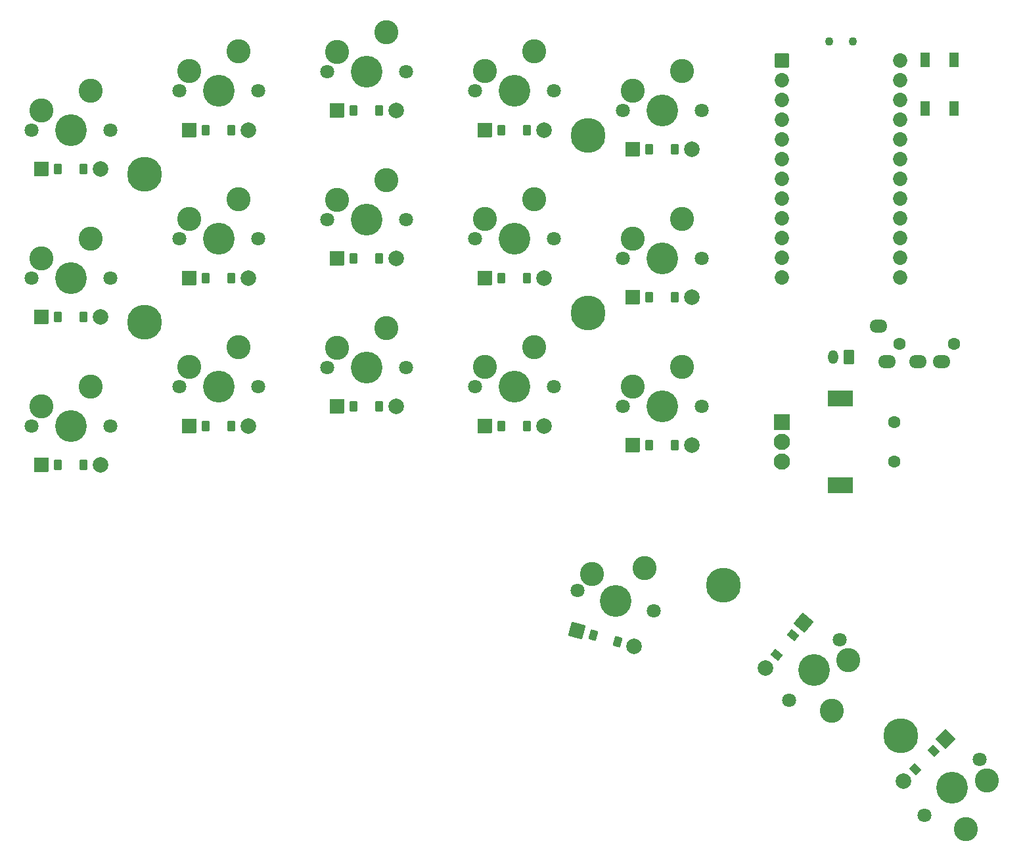
<source format=gbr>
%TF.GenerationSoftware,KiCad,Pcbnew,7.0.10*%
%TF.CreationDate,2024-01-22T21:42:36+02:00*%
%TF.ProjectId,juubo_left_final,6a757562-6f5f-46c6-9566-745f66696e61,v1.0.0*%
%TF.SameCoordinates,Original*%
%TF.FileFunction,Soldermask,Top*%
%TF.FilePolarity,Negative*%
%FSLAX46Y46*%
G04 Gerber Fmt 4.6, Leading zero omitted, Abs format (unit mm)*
G04 Created by KiCad (PCBNEW 7.0.10) date 2024-01-22 21:42:36*
%MOMM*%
%LPD*%
G01*
G04 APERTURE LIST*
G04 Aperture macros list*
%AMRoundRect*
0 Rectangle with rounded corners*
0 $1 Rounding radius*
0 $2 $3 $4 $5 $6 $7 $8 $9 X,Y pos of 4 corners*
0 Add a 4 corners polygon primitive as box body*
4,1,4,$2,$3,$4,$5,$6,$7,$8,$9,$2,$3,0*
0 Add four circle primitives for the rounded corners*
1,1,$1+$1,$2,$3*
1,1,$1+$1,$4,$5*
1,1,$1+$1,$6,$7*
1,1,$1+$1,$8,$9*
0 Add four rect primitives between the rounded corners*
20,1,$1+$1,$2,$3,$4,$5,0*
20,1,$1+$1,$4,$5,$6,$7,0*
20,1,$1+$1,$6,$7,$8,$9,0*
20,1,$1+$1,$8,$9,$2,$3,0*%
G04 Aperture macros list end*
%ADD10C,1.100000*%
%ADD11RoundRect,0.050000X0.550000X-0.900000X0.550000X0.900000X-0.550000X0.900000X-0.550000X-0.900000X0*%
%ADD12RoundRect,0.050000X0.600000X0.850000X-0.600000X0.850000X-0.600000X-0.850000X0.600000X-0.850000X0*%
%ADD13O,1.300000X1.800000*%
%ADD14RoundRect,0.050000X-0.889000X-0.889000X0.889000X-0.889000X0.889000X0.889000X-0.889000X0.889000X0*%
%ADD15RoundRect,0.050000X-0.450000X-0.600000X0.450000X-0.600000X0.450000X0.600000X-0.450000X0.600000X0*%
%ADD16C,2.005000*%
%ADD17C,1.801800*%
%ADD18C,3.100000*%
%ADD19C,4.087800*%
%ADD20C,1.600000*%
%ADD21O,2.300000X1.700000*%
%ADD22C,0.800000*%
%ADD23C,4.500000*%
%ADD24RoundRect,0.050000X-1.600000X-1.000000X1.600000X-1.000000X1.600000X1.000000X-1.600000X1.000000X0*%
%ADD25RoundRect,0.050000X-1.000000X-1.000000X1.000000X-1.000000X1.000000X1.000000X-1.000000X1.000000X0*%
%ADD26C,2.100000*%
%ADD27RoundRect,0.050000X-0.876300X0.876300X-0.876300X-0.876300X0.876300X-0.876300X0.876300X0.876300X0*%
%ADD28C,1.852600*%
%ADD29RoundRect,0.050000X-1.088798X-0.628618X0.628618X-1.088798X1.088798X0.628618X-0.628618X1.088798X0*%
%ADD30RoundRect,0.050000X-0.589958X-0.463087X0.279375X-0.696024X0.589958X0.463087X-0.279375X0.696024X0*%
%ADD31RoundRect,0.050000X0.000000X1.257236X-1.257236X0.000000X0.000000X-1.257236X1.257236X0.000000X0*%
%ADD32RoundRect,0.050000X-0.106066X0.742462X-0.742462X0.106066X0.106066X-0.742462X0.742462X-0.106066X0*%
%ADD33RoundRect,0.050000X-0.109575X1.252452X-1.252452X-0.109575X0.109575X-1.252452X1.252452X0.109575X0*%
%ADD34RoundRect,0.050000X-0.170372X0.730393X-0.748881X0.040953X0.170372X-0.730393X0.748881X-0.040953X0*%
G04 APERTURE END LIST*
D10*
%TO.C,T1*%
X186113786Y-48412500D03*
X189113786Y-48412500D03*
%TD*%
D11*
%TO.C,B1*%
X198441286Y-57045910D03*
X198441286Y-50845910D03*
X202141286Y-57045910D03*
X202141286Y-50845910D03*
%TD*%
D12*
%TO.C,JST1*%
X188613785Y-89063409D03*
D13*
X186613785Y-89063409D03*
%TD*%
D14*
%TO.C,D4*%
X103603787Y-97935909D03*
D15*
X105763787Y-97935909D03*
X109063787Y-97935909D03*
D16*
X111223787Y-97935909D03*
%TD*%
D17*
%TO.C,S9*%
X121383783Y-52335909D03*
D18*
X122653783Y-49795909D03*
D19*
X126463783Y-52335909D03*
D18*
X129003783Y-47255909D03*
D17*
X131543783Y-52335909D03*
%TD*%
D14*
%TO.C,D6*%
X103603784Y-59835912D03*
D15*
X105763784Y-59835912D03*
X109063784Y-59835912D03*
D16*
X111223784Y-59835912D03*
%TD*%
D20*
%TO.C,TRRS1*%
X202148785Y-87373409D03*
X195148785Y-87373409D03*
D21*
X192448785Y-85073409D03*
X193548785Y-89673409D03*
X197548785Y-89673409D03*
X200548785Y-89673409D03*
%TD*%
D14*
%TO.C,D5*%
X103603783Y-78885908D03*
D15*
X105763783Y-78885908D03*
X109063783Y-78885908D03*
D16*
X111223783Y-78885908D03*
%TD*%
D17*
%TO.C,S1*%
X83283786Y-97935909D03*
D18*
X84553786Y-95395909D03*
D19*
X88363786Y-97935909D03*
D18*
X90903786Y-92855909D03*
D17*
X93443786Y-97935909D03*
%TD*%
%TO.C,S6*%
X102333785Y-54835910D03*
D18*
X103603785Y-52295910D03*
D19*
X107413785Y-54835910D03*
D18*
X109953785Y-49755910D03*
D17*
X112493785Y-54835910D03*
%TD*%
D14*
%TO.C,D15*%
X160753785Y-62335911D03*
D15*
X162913785Y-62335911D03*
X166213785Y-62335911D03*
D16*
X168373785Y-62335911D03*
%TD*%
D17*
%TO.C,S7*%
X121383784Y-90435911D03*
D18*
X122653784Y-87895911D03*
D19*
X126463784Y-90435911D03*
D18*
X129003784Y-85355911D03*
D17*
X131543784Y-90435911D03*
%TD*%
%TO.C,S10*%
X140433785Y-92935910D03*
D18*
X141703785Y-90395910D03*
D19*
X145513785Y-92935910D03*
D18*
X148053785Y-87855910D03*
D17*
X150593785Y-92935910D03*
%TD*%
D22*
%TO.C,_2*%
X153388789Y-60550910D03*
X153872063Y-59384184D03*
X153872063Y-61717636D03*
X155038789Y-58900910D03*
D23*
X155038789Y-60550910D03*
D22*
X155038789Y-62200910D03*
X156205515Y-59384184D03*
X156205515Y-61717636D03*
X156688789Y-60550910D03*
%TD*%
D24*
%TO.C,ROT1*%
X187493785Y-94405912D03*
X187493785Y-105605912D03*
D20*
X194493785Y-97505912D03*
X194493785Y-102505912D03*
D25*
X179993785Y-97505912D03*
D26*
X179993785Y-102505912D03*
X179993785Y-100005912D03*
%TD*%
D14*
%TO.C,D8*%
X122653784Y-76385911D03*
D15*
X124813784Y-76385911D03*
X128113784Y-76385911D03*
D16*
X130273784Y-76385911D03*
%TD*%
D14*
%TO.C,D9*%
X122653784Y-57335910D03*
D15*
X124813784Y-57335910D03*
X128113784Y-57335910D03*
D16*
X130273784Y-57335910D03*
%TD*%
D14*
%TO.C,D11*%
X141703784Y-78885910D03*
D15*
X143863784Y-78885910D03*
X147163784Y-78885910D03*
D16*
X149323784Y-78885910D03*
%TD*%
D17*
%TO.C,S16*%
X153656883Y-119171111D03*
D18*
X155541009Y-117046360D03*
D19*
X158563786Y-120485912D03*
D18*
X162332038Y-116236409D03*
D17*
X163470689Y-121800713D03*
%TD*%
D14*
%TO.C,D1*%
X84553784Y-102935911D03*
D15*
X86713784Y-102935911D03*
X90013784Y-102935911D03*
D16*
X92173784Y-102935911D03*
%TD*%
D14*
%TO.C,D10*%
X141703785Y-97935908D03*
D15*
X143863785Y-97935908D03*
X147163785Y-97935908D03*
D16*
X149323785Y-97935908D03*
%TD*%
D14*
%TO.C,D14*%
X160753786Y-81385910D03*
D15*
X162913786Y-81385910D03*
X166213786Y-81385910D03*
D16*
X168373786Y-81385910D03*
%TD*%
D22*
%TO.C,_6*%
X153388784Y-83400000D03*
X153872058Y-82233274D03*
X153872058Y-84566726D03*
X155038784Y-81750000D03*
D23*
X155038784Y-83400000D03*
D22*
X155038784Y-85050000D03*
X156205510Y-82233274D03*
X156205510Y-84566726D03*
X156688784Y-83400000D03*
%TD*%
D14*
%TO.C,D7*%
X122653785Y-95435911D03*
D15*
X124813785Y-95435911D03*
X128113785Y-95435911D03*
D16*
X130273785Y-95435911D03*
%TD*%
D27*
%TO.C,MCU1*%
X179993787Y-50890909D03*
D28*
X179993787Y-53430909D03*
X179993787Y-55970909D03*
X179993787Y-58510909D03*
X179993787Y-61050909D03*
X179993787Y-63590909D03*
X179993787Y-66130909D03*
X179993787Y-68670909D03*
X179993787Y-71210909D03*
X179993787Y-73750909D03*
X179993787Y-76290909D03*
X179993787Y-78830909D03*
X195233787Y-50890909D03*
X195233787Y-53430909D03*
X195233787Y-55970909D03*
X195233787Y-58510909D03*
X195233787Y-61050909D03*
X195233787Y-63590909D03*
X195233787Y-66130909D03*
X195233787Y-68670909D03*
X195233787Y-71210909D03*
X195233787Y-73750909D03*
X195233787Y-76290909D03*
X195233787Y-78830909D03*
%TD*%
D17*
%TO.C,S12*%
X140433787Y-54835911D03*
D18*
X141703787Y-52295911D03*
D19*
X145513787Y-54835911D03*
D18*
X148053787Y-49755911D03*
D17*
X150593787Y-54835911D03*
%TD*%
%TO.C,S3*%
X83283785Y-59835911D03*
D18*
X84553785Y-57295911D03*
D19*
X88363785Y-59835911D03*
D18*
X90903785Y-54755911D03*
D17*
X93443785Y-59835911D03*
%TD*%
%TO.C,S11*%
X140433785Y-73885909D03*
D18*
X141703785Y-71345909D03*
D19*
X145513785Y-73885909D03*
D18*
X148053785Y-68805909D03*
D17*
X150593785Y-73885909D03*
%TD*%
D22*
%TO.C,_3*%
X96238786Y-84600000D03*
X96722060Y-83433274D03*
X96722060Y-85766726D03*
X97888786Y-82950000D03*
D23*
X97888786Y-84600000D03*
D22*
X97888786Y-86250000D03*
X99055512Y-83433274D03*
X99055512Y-85766726D03*
X99538786Y-84600000D03*
%TD*%
D17*
%TO.C,S17*%
X187439800Y-125527313D03*
D18*
X188569213Y-128132870D03*
D19*
X184174439Y-129418819D03*
D18*
X186433264Y-134629933D03*
D17*
X180909078Y-133310325D03*
%TD*%
D22*
%TO.C,_5*%
X196500000Y-136666548D03*
X196983274Y-137833274D03*
X195333274Y-136183274D03*
X196500000Y-139000000D03*
D23*
X195333274Y-137833274D03*
D22*
X194166548Y-136666548D03*
X195333274Y-139483274D03*
X193683274Y-137833274D03*
X194166548Y-139000000D03*
%TD*%
D14*
%TO.C,D3*%
X84553786Y-64835909D03*
D15*
X86713786Y-64835909D03*
X90013786Y-64835909D03*
D16*
X92173786Y-64835909D03*
%TD*%
D29*
%TO.C,D16*%
X153589515Y-124329438D03*
D30*
X155675914Y-124888488D03*
X158863470Y-125742590D03*
D16*
X160949869Y-126301640D03*
%TD*%
D14*
%TO.C,D2*%
X84553785Y-83885911D03*
D15*
X86713785Y-83885911D03*
X90013785Y-83885911D03*
D16*
X92173785Y-83885911D03*
%TD*%
D17*
%TO.C,S18*%
X205511091Y-140934111D03*
D18*
X206409117Y-143628187D03*
D19*
X201918989Y-144526213D03*
D18*
X203715040Y-149914367D03*
D17*
X198326887Y-148118315D03*
%TD*%
D22*
%TO.C,_4*%
X170906222Y-118072949D03*
X171675000Y-117071058D03*
X171071058Y-119325000D03*
X172927051Y-116906222D03*
D23*
X172500000Y-118500000D03*
D22*
X172072949Y-120093778D03*
X173928942Y-117675000D03*
X173325000Y-119928942D03*
X174093778Y-118927051D03*
%TD*%
D14*
%TO.C,D13*%
X160753786Y-100435910D03*
D15*
X162913786Y-100435910D03*
X166213786Y-100435910D03*
D16*
X168373786Y-100435910D03*
%TD*%
D17*
%TO.C,S4*%
X102333786Y-92935912D03*
D18*
X103603786Y-90395912D03*
D19*
X107413786Y-92935912D03*
D18*
X109953786Y-87855912D03*
D17*
X112493786Y-92935912D03*
%TD*%
D22*
%TO.C,_1*%
X96238787Y-65550910D03*
X96722061Y-64384184D03*
X96722061Y-66717636D03*
X97888787Y-63900910D03*
D23*
X97888787Y-65550910D03*
D22*
X97888787Y-67200910D03*
X99055513Y-64384184D03*
X99055513Y-66717636D03*
X99538787Y-65550910D03*
%TD*%
D17*
%TO.C,S2*%
X83283785Y-78885908D03*
D18*
X84553785Y-76345908D03*
D19*
X88363785Y-78885908D03*
D18*
X90903785Y-73805908D03*
D17*
X93443785Y-78885908D03*
%TD*%
%TO.C,S15*%
X159483785Y-57335911D03*
D18*
X160753785Y-54795911D03*
D19*
X164563785Y-57335911D03*
D18*
X167103785Y-52255911D03*
D17*
X169643785Y-57335911D03*
%TD*%
%TO.C,S8*%
X121383787Y-71385911D03*
D18*
X122653787Y-68845911D03*
D19*
X126463787Y-71385911D03*
D18*
X129003787Y-66305911D03*
D17*
X131543787Y-71385911D03*
%TD*%
D31*
%TO.C,D18*%
X201077534Y-138296605D03*
D32*
X199550183Y-139823956D03*
X197216731Y-142157408D03*
D16*
X195689380Y-143684759D03*
%TD*%
D17*
%TO.C,S14*%
X159483783Y-76385911D03*
D18*
X160753783Y-73845911D03*
D19*
X164563783Y-76385911D03*
D18*
X167103783Y-71305911D03*
D17*
X169643783Y-76385911D03*
%TD*%
D33*
%TO.C,D17*%
X182793240Y-123286249D03*
D34*
X181404819Y-124940905D03*
X179283619Y-127468851D03*
D16*
X177895198Y-129123507D03*
%TD*%
D17*
%TO.C,S5*%
X102333784Y-73885910D03*
D18*
X103603784Y-71345910D03*
D19*
X107413784Y-73885910D03*
D18*
X109953784Y-68805910D03*
D17*
X112493784Y-73885910D03*
%TD*%
%TO.C,S13*%
X159483786Y-95435911D03*
D18*
X160753786Y-92895911D03*
D19*
X164563786Y-95435911D03*
D18*
X167103786Y-90355911D03*
D17*
X169643786Y-95435911D03*
%TD*%
D14*
%TO.C,D12*%
X141703787Y-59835909D03*
D15*
X143863787Y-59835909D03*
X147163787Y-59835909D03*
D16*
X149323787Y-59835909D03*
%TD*%
M02*

</source>
